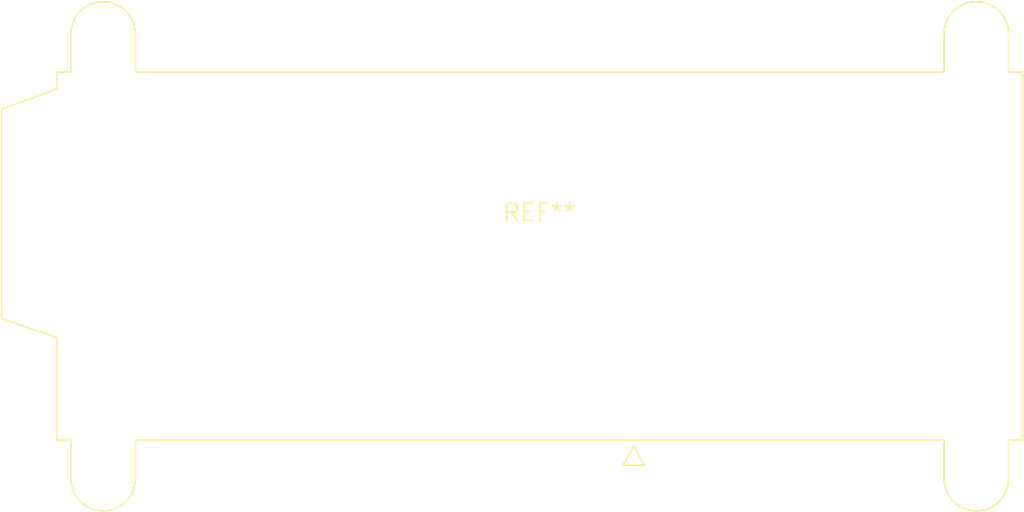
<source format=kicad_pcb>
(kicad_pcb (version 20240108) (generator pcbnew)
  (layers (0 "F.Cu" signal) (31 "B.Cu" signal) (34 "B.Paste" user) (35 "F.Paste" user) (36 "B.SilkS" user "B.Silkscreen") (37 "F.SilkS" user "F.Silkscreen") (38 "B.Mask" user) (39 "F.Mask" user) (44 "Edge.Cuts" user))
  (net 0 "")
  (footprint "NHD-C0220BiZ" (layer "F.Cu") (at 0 0)
    (property "Reference" "REF**")
    (property "Value" "NHD-C0220BiZ")
    (fp_line (start -40.05 -7.7) (end -40.05 7.9) (layer "F.SilkS") (stroke (width 0.12)))
    (fp_line (start -40.05 7.9) (end -35.95 9.3) (layer "F.SilkS") (stroke (width 0.12)))
    (fp_line (start -35.95 -10.45) (end -35.95 -9.2) (layer "F.SilkS") (stroke (width 0.12)))
    (fp_line (start -35.95 -9.2) (end -40.05 -7.7) (layer "F.SilkS") (stroke (width 0.12)))
    (fp_line (start -35.95 9.3) (end -35.95 16.95) (layer "F.SilkS") (stroke (width 0.12)))
    (fp_line (start -35.95 16.95) (end -34.9 16.95) (layer "F.SilkS") (stroke (width 0.12)))
    (fp_line (start -34.9 -13.3) (end -34.9 -10.45) (layer "F.SilkS") (stroke (width 0.12)))
    (fp_line (start -34.9 -10.45) (end -35.95 -10.45) (layer "F.SilkS") (stroke (width 0.12)))
    (fp_line (start -34.9 16.95) (end -34.9 19.8) (layer "F.SilkS") (stroke (width 0.12)))
    (fp_line (start -30.1 -10.45) (end -30.1 -13.3) (layer "F.SilkS") (stroke (width 0.12)))
    (fp_line (start -30.1 16.95) (end 30.1 16.95) (layer "F.SilkS") (stroke (width 0.12)))
    (fp_line (start -30.1 19.8) (end -30.1 16.95) (layer "F.SilkS") (stroke (width 0.12)))
    (fp_line (start 6.2 18.8) (end 7 17.4) (layer "F.SilkS") (stroke (width 0.12)))
    (fp_line (start 6.2 18.8) (end 7.8 18.8) (layer "F.SilkS") (stroke (width 0.12)))
    (fp_line (start 7 17.4) (end 7.8 18.8) (layer "F.SilkS") (stroke (width 0.12)))
    (fp_line (start 30.1 -13.3) (end 30.1 -10.45) (layer "F.SilkS") (stroke (width 0.12)))
    (fp_line (start 30.1 -10.45) (end -30.1 -10.45) (layer "F.SilkS") (stroke (width 0.12)))
    (fp_line (start 30.1 16.95) (end 30.1 19.8) (layer "F.SilkS") (stroke (width 0.12)))
    (fp_line (start 34.9 -10.45) (end 34.9 -13.3) (layer "F.SilkS") (stroke (width 0.12)))
    (fp_line (start 34.9 16.95) (end 35.95 16.95) (layer "F.SilkS") (stroke (width 0.12)))
    (fp_line (start 34.9 19.8) (end 34.9 16.95) (layer "F.SilkS") (stroke (width 0.12)))
    (fp_line (start 35.95 -10.45) (end 34.9 -10.45) (layer "F.SilkS") (stroke (width 0.12)))
    (fp_line (start 35.95 16.95) (end 35.95 -10.45) (layer "F.SilkS") (stroke (width 0.12)))
    (fp_arc (start -34.9 -13.3) (mid -32.5 -15.7) (end -30.1 -13.3) (layer "F.SilkS") (stroke (width 0.12)))
    (fp_arc (start -30.1 19.8) (mid -32.5 22.2) (end -34.9 19.8) (layer "F.SilkS") (stroke (width 0.12)))
    (fp_arc (start 30.1 -13.3) (mid 32.5 -15.7) (end 34.9 -13.3) (layer "F.SilkS") (stroke (width 0.12)))
    (fp_arc (start 34.9 19.8) (mid 32.5 22.2) (end 30.1 19.8) (layer "F.SilkS") (stroke (width 0.12)))
    (pad "" np_thru_hole circle (at -32.5 -13.3) (size 2.5 2.5) (drill 2.5) (layers *.Cu *.Mask))
    (pad "" np_thru_hole circle (at -32.5 19.8) (size 2.5 2.5) (drill 2.5) (layers *.Cu *.Mask))
    (pad "" np_thru_hole circle (at 32.5 -13.3) (size 2.5 2.5) (drill 2.5) (layers *.Cu *.Mask))
    (pad "" np_thru_hole circle (at 32.5 19.8) (size 2.5 2.5) (drill 2.5) (layers *.Cu *.Mask))
    (pad "1" thru_hole rect (at 7 15.9) (size 1.6 1.6) (drill 1) (layers *.Cu *.Mask) (remove_unused_layers))
    (pad "2" thru_hole circle (at 5 15.9) (size 1.6 1.6) (drill 1) (layers *.Cu *.Mask) (remove_unused_layers))
    (pad "3" thru_hole circle (at 3 15.9) (size 1.6 1.6) (drill 1) (layers *.Cu *.Mask) (remove_unused_layers))
    (pad "4" thru_hole circle (at 1 15.9) (size 1.6 1.6) (drill 1) (layers *.Cu *.Mask) (remove_unused_layers))
    (pad "5" thru_hole circle (at -1 15.9) (size 1.6 1.6) (drill 1) (layers *.Cu *.Mask) (remove_unused_layers))
    (pad "6" thru_hole circle (at -3 15.9) (size 1.6 1.6) (drill 1) (layers *.Cu *.Mask) (remove_unused_layers))
    (pad "7" thru_hole circle (at -5 15.9) (size 1.6 1.6) (drill 1) (layers *.Cu *.Mask) (remove_unused_layers))
    (pad "8" thru_hole circle (at -7 15.9) (size 1.6 1.6) (drill 1) (layers *.Cu *.Mask) (remove_unused_layers))
    (pad "9" thru_hole oval (at -38.55 4.25) (size 1.8 3.4) (drill oval 1 2.6) (layers *.Cu *.Mask) (remove_unused_layers))
    (pad "10" thru_hole oval (at -38.55 -4.25) (size 1.8 3.4) (drill oval 1 2.6) (layers *.Cu *.Mask) (remove_unused_layers))
  )
)
</source>
